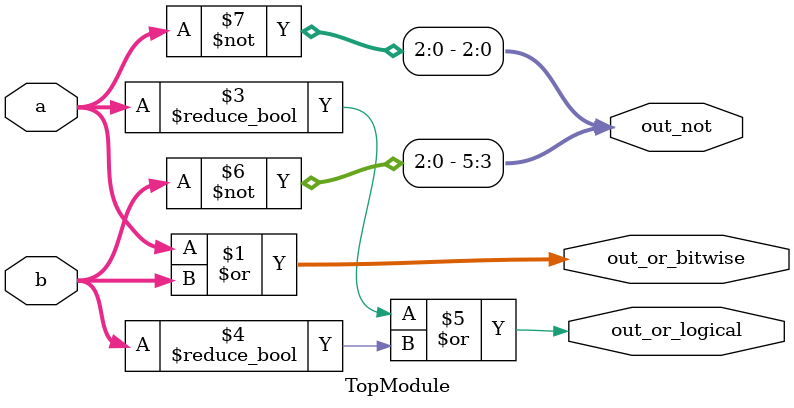
<source format=sv>

module TopModule (
  input [2:0] a,
  input [2:0] b,
  output [2:0] out_or_bitwise,
  output out_or_logical,
  output [5:0] out_not
);
assign out_or_bitwise = a | b;

always @(*) begin
    out_or_logical = (a != 3'b000) | (b != 3'b000);
end

assign out_not[5:3] = ~b;
assign out_not[2:0] = ~a;
endmodule

</source>
